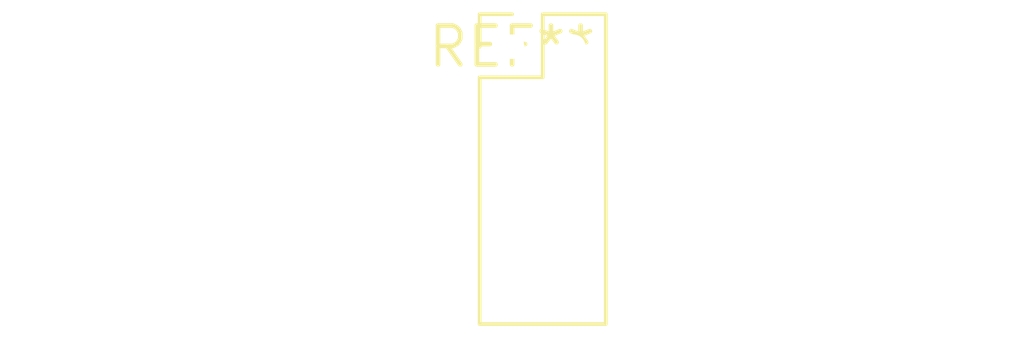
<source format=kicad_pcb>
(kicad_pcb (version 20240108) (generator pcbnew)
  (layers (0 "F.Cu" signal) (31 "B.Cu" signal) (34 "B.Paste" user) (35 "F.Paste" user) (36 "B.SilkS" user "B.Silkscreen") (37 "F.SilkS" user "F.Silkscreen") (38 "B.Mask" user) (39 "F.Mask" user) (44 "Edge.Cuts" user))
  (net 0 "")
  (footprint "PinHeader_2x05_P2.00mm_Vertical" (layer "F.Cu") (at 0 0)
    (property "Reference" "REF**")
    (property "Value" "PinHeader_2x05_P2.00mm_Vertical")
    (fp_line (start -1.06 -1.06) (end 0 -1.06) (layer "F.SilkS") (stroke (width 0.12)))
    (fp_line (start -1.06 0) (end -1.06 -1.06) (layer "F.SilkS") (stroke (width 0.12)))
    (fp_line (start -1.06 1) (end -1.06 9.06) (layer "F.SilkS") (stroke (width 0.12)))
    (fp_line (start -1.06 1) (end 1 1) (layer "F.SilkS") (stroke (width 0.12)))
    (fp_line (start -1.06 9.06) (end 3.06 9.06) (layer "F.SilkS") (stroke (width 0.12)))
    (fp_line (start 1 -1.06) (end 3.06 -1.06) (layer "F.SilkS") (stroke (width 0.12)))
    (fp_line (start 1 1) (end 1 -1.06) (layer "F.SilkS") (stroke (width 0.12)))
    (fp_line (start 3.06 -1.06) (end 3.06 9.06) (layer "F.SilkS") (stroke (width 0.12)))
    (pad "1" thru_hole rect (at 0 0) (size 1.35 1.35) (drill 0.8) (layers *.Cu *.Mask) (remove_unused_layers))
    (pad "2" thru_hole oval (at 2 0) (size 1.35 1.35) (drill 0.8) (layers *.Cu *.Mask) (remove_unused_layers))
    (pad "3" thru_hole oval (at 0 2) (size 1.35 1.35) (drill 0.8) (layers *.Cu *.Mask) (remove_unused_layers))
    (pad "4" thru_hole oval (at 2 2) (size 1.35 1.35) (drill 0.8) (layers *.Cu *.Mask) (remove_unused_layers))
    (pad "5" thru_hole oval (at 0 4) (size 1.35 1.35) (drill 0.8) (layers *.Cu *.Mask) (remove_unused_layers))
    (pad "6" thru_hole oval (at 2 4) (size 1.35 1.35) (drill 0.8) (layers *.Cu *.Mask) (remove_unused_layers))
    (pad "7" thru_hole oval (at 0 6) (size 1.35 1.35) (drill 0.8) (layers *.Cu *.Mask) (remove_unused_layers))
    (pad "8" thru_hole oval (at 2 6) (size 1.35 1.35) (drill 0.8) (layers *.Cu *.Mask) (remove_unused_layers))
    (pad "9" thru_hole oval (at 0 8) (size 1.35 1.35) (drill 0.8) (layers *.Cu *.Mask) (remove_unused_layers))
    (pad "10" thru_hole oval (at 2 8) (size 1.35 1.35) (drill 0.8) (layers *.Cu *.Mask) (remove_unused_layers))
  )
)
</source>
